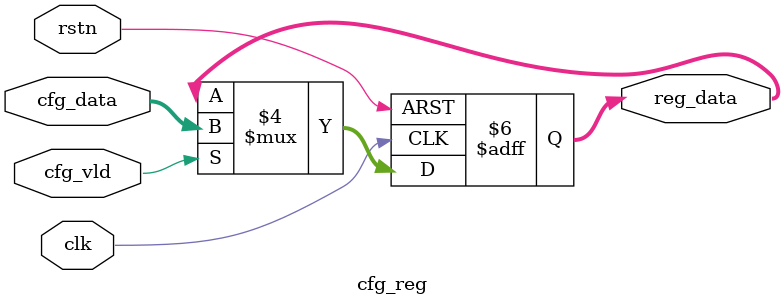
<source format=v>
`timescale 1ns / 1ps
module cfg_reg #(
    parameter           INIT_VALUE      = 32'h0     ,
    parameter           REG_ADDR_WIDTH  = 32        ,
    parameter           REG_DATA_WIDTH  = 32
)(
    input                               clk         ,
    input                               rstn        ,
    input                               cfg_vld     ,
    input       [REG_DATA_WIDTH-1 : 0]  cfg_data    ,
    output  reg [REG_DATA_WIDTH-1 : 0]  reg_data
    );

always @(posedge clk or negedge rstn) begin
    if(rstn == 1'd0)
        reg_data <= INIT_VALUE;
    else if(cfg_vld == 1'd1)
        reg_data <= cfg_data;
end

endmodule
</source>
